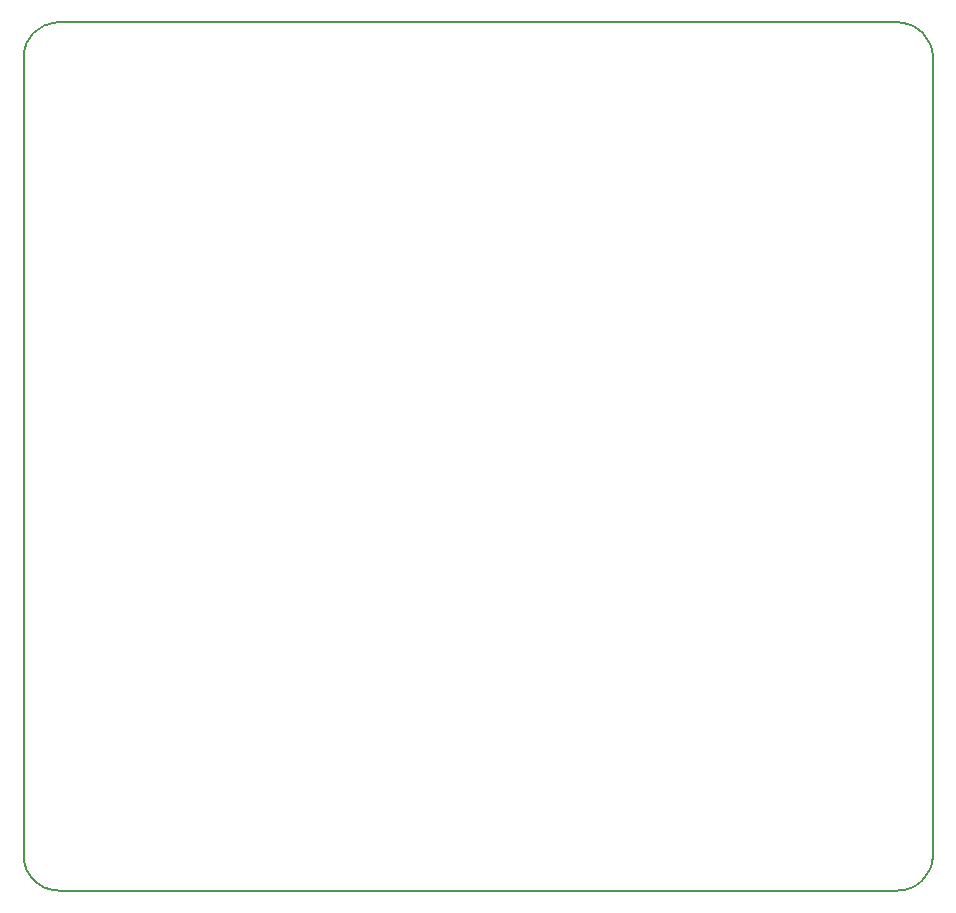
<source format=gbr>
G04 EasyPC Gerber Version 20.0.2 Build 4112 *
G04 #@! TF.Part,Single*
%FSLAX35Y35*%
%MOIN*%
%ADD11C,0.00500*%
X0Y0D02*
D02*
D11*
X250Y277809D02*
Y12100D01*
X263Y11500*
X307Y10900*
X381Y10304*
X486Y9713*
X620Y9127*
X784Y8549*
X978Y7980*
X1200Y7422*
X1450Y6876*
X1727Y6343*
X2031Y5824*
X2362Y5322*
X2717Y4838*
X3096Y4372*
X3499Y3926*
X3924Y3501*
X4370Y3098*
X4835Y2719*
X5320Y2363*
X5822Y2033*
X6340Y1729*
X6872Y1451*
X7419Y1201*
X7977Y979*
X8546Y786*
X9124Y622*
X9709Y487*
X10301Y382*
X10897Y308*
X11496Y264*
X12100Y250*
X291536*
X292134Y265*
X292731Y310*
X293324Y386*
X293913Y491*
X294496Y627*
X295072Y791*
X295638Y985*
X296193Y1207*
X296737Y1457*
X297267Y1734*
X297783Y2037*
X298283Y2367*
X298765Y2720*
X299229Y3098*
X299673Y3500*
X300096Y3923*
X300497Y4367*
X300876Y4831*
X301230Y5313*
X301559Y5813*
X301863Y6328*
X302140Y6859*
X302390Y7402*
X302612Y7958*
X302806Y8524*
X302970Y9099*
X303106Y9682*
X303211Y10271*
X303287Y10865*
X303332Y11461*
X303347Y12061*
Y277809*
X303332Y278407*
X303287Y279004*
X303211Y279597*
X303106Y280186*
X302970Y280769*
X302806Y281344*
X302612Y281911*
X302390Y282466*
X302141Y283010*
X301863Y283540*
X301560Y284056*
X301231Y284556*
X300877Y285038*
X300499Y285502*
X300098Y285946*
X299674Y286369*
X299230Y286770*
X298767Y287148*
X298284Y287503*
X297785Y287832*
X297269Y288135*
X296739Y288413*
X296195Y288663*
X295639Y288885*
X295073Y289078*
X294498Y289243*
X293915Y289378*
X293326Y289484*
X292733Y289559*
X292136Y289605*
X291536Y289620*
X12061*
X11463Y289605*
X10867Y289560*
X10273Y289484*
X9684Y289379*
X9101Y289243*
X8526Y289079*
X7959Y288885*
X7404Y288663*
X6860Y288413*
X6330Y288136*
X5814Y287833*
X5315Y287504*
X4832Y287150*
X4369Y286772*
X3924Y286370*
X3501Y285947*
X3100Y285503*
X2722Y285039*
X2367Y284557*
X2038Y284057*
X1735Y283542*
X1457Y283011*
X1207Y282468*
X985Y281912*
X792Y281346*
X627Y280771*
X492Y280188*
X386Y279599*
X311Y279006*
X265Y278409*
X250Y277809*
X0Y0D02*
M02*

</source>
